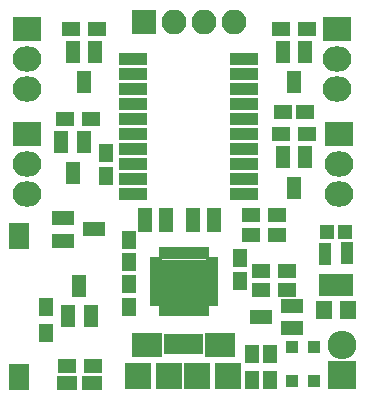
<source format=gbs>
G04 #@! TF.FileFunction,Soldermask,Bot*
%FSLAX46Y46*%
G04 Gerber Fmt 4.6, Leading zero omitted, Abs format (unit mm)*
G04 Created by KiCad (PCBNEW 4.0.2+dfsg1-stable) date Sun 13 Aug 2017 19:16:48 AEST*
%MOMM*%
G01*
G04 APERTURE LIST*
%ADD10C,0.100000*%
%ADD11R,1.050000X1.960000*%
%ADD12R,1.200000X1.900000*%
%ADD13R,2.432000X2.127200*%
%ADD14O,2.432000X2.127200*%
%ADD15R,2.432000X2.432000*%
%ADD16O,2.432000X2.432000*%
%ADD17R,1.600000X1.300000*%
%ADD18R,1.600000X1.150000*%
%ADD19R,1.150000X1.600000*%
%ADD20R,1.400000X1.650000*%
%ADD21R,1.200000X1.150000*%
%ADD22R,1.300000X1.600000*%
%ADD23R,1.900000X1.200000*%
%ADD24R,1.100000X1.050000*%
%ADD25R,1.800000X2.200000*%
%ADD26R,2.350000X1.000000*%
%ADD27R,0.650000X1.100000*%
%ADD28R,1.100000X0.650000*%
%ADD29R,2.125000X2.125000*%
%ADD30R,2.100000X2.100000*%
%ADD31O,2.100000X2.100000*%
%ADD32R,1.300000X0.700000*%
%ADD33R,1.797000X1.197560*%
%ADD34R,2.300000X2.300000*%
%ADD35R,2.200000X2.300000*%
%ADD36R,0.800000X1.750000*%
%ADD37R,2.500000X2.000000*%
G04 APERTURE END LIST*
D10*
D11*
X217866000Y-117886511D03*
X216916000Y-117886511D03*
X215966000Y-117886511D03*
X215966000Y-115286511D03*
X217866000Y-115186511D03*
D12*
X196149000Y-120553000D03*
X194249000Y-120553000D03*
X195199000Y-117953000D03*
D13*
X190754000Y-105156000D03*
D14*
X190754000Y-107696000D03*
X190754000Y-110236000D03*
D15*
X217424000Y-125500000D03*
D16*
X217424000Y-122960000D03*
D13*
X216990000Y-96266000D03*
D14*
X216990000Y-98806000D03*
X216990000Y-101346000D03*
D13*
X217170000Y-105156000D03*
D14*
X217170000Y-107696000D03*
X217170000Y-110236000D03*
D13*
X190754000Y-96266000D03*
D14*
X190754000Y-98806000D03*
X190754000Y-101346000D03*
D17*
X196680000Y-96266000D03*
X194480000Y-96266000D03*
X196215000Y-103886000D03*
X194015000Y-103886000D03*
X214460000Y-105156000D03*
X212260000Y-105156000D03*
X214460000Y-96266000D03*
X212260000Y-96266000D03*
D18*
X214310000Y-103251000D03*
X212410000Y-103251000D03*
D19*
X197485000Y-108646000D03*
X197485000Y-106746000D03*
X208788000Y-115636000D03*
X208788000Y-117536000D03*
X199390000Y-114051000D03*
X199390000Y-115951000D03*
D20*
X217940231Y-120015000D03*
X215940231Y-120015000D03*
D19*
X199390000Y-119756000D03*
X199390000Y-117856000D03*
D21*
X217666000Y-113411000D03*
X216166000Y-113411000D03*
D17*
X209720000Y-113665000D03*
X211920000Y-113665000D03*
X209720000Y-112014000D03*
X211920000Y-112014000D03*
X212800000Y-116700000D03*
X210600000Y-116700000D03*
X210600000Y-118300000D03*
X212800000Y-118300000D03*
D22*
X209804000Y-123741000D03*
X209804000Y-125941000D03*
X211328000Y-123741000D03*
X211328000Y-125941000D03*
D17*
X196390000Y-124770000D03*
X194190000Y-124770000D03*
D12*
X194630000Y-98141000D03*
X196530000Y-98141000D03*
X195580000Y-100741000D03*
X193680000Y-105791000D03*
X195580000Y-105791000D03*
X194630000Y-108391000D03*
X212410000Y-98141000D03*
X214310000Y-98141000D03*
X213360000Y-100741000D03*
X212410000Y-107061000D03*
X214310000Y-107061000D03*
X213360000Y-109661000D03*
D23*
X213200000Y-119650000D03*
X213200000Y-121550000D03*
X210600000Y-120600000D03*
D24*
X213172000Y-123112000D03*
X215072000Y-123112000D03*
X215072000Y-126062000D03*
X213172000Y-126062000D03*
D25*
X190119000Y-125730000D03*
X190119000Y-113730000D03*
D26*
X199770000Y-110236000D03*
X199770000Y-108966000D03*
X199770000Y-107696000D03*
X199770000Y-106426000D03*
X199770000Y-105156000D03*
X199770000Y-103886000D03*
X199770000Y-102616000D03*
X199770000Y-101346000D03*
X199770000Y-100076000D03*
X199770000Y-98806000D03*
X209170000Y-98806000D03*
X209170000Y-100076000D03*
X209170000Y-101346000D03*
X209170000Y-102616000D03*
X209170000Y-103886000D03*
X209170000Y-105156000D03*
X209170000Y-106426000D03*
X209170000Y-107696000D03*
X209170000Y-108966000D03*
X209170000Y-110236000D03*
D27*
X202312500Y-115228500D03*
X202812500Y-115228500D03*
X203312500Y-115228500D03*
X203812500Y-115228500D03*
X204312500Y-115228500D03*
X204812500Y-115228500D03*
X205312500Y-115228500D03*
X205812500Y-115228500D03*
D28*
X206462500Y-115878500D03*
X206462500Y-116378500D03*
X206462500Y-116878500D03*
X206462500Y-117378500D03*
X206462500Y-117878500D03*
X206462500Y-118378500D03*
X206462500Y-118878500D03*
X206462500Y-119378500D03*
D27*
X205812500Y-120028500D03*
X205312500Y-120028500D03*
X204812500Y-120028500D03*
X204312500Y-120028500D03*
X203812500Y-120028500D03*
X203312500Y-120028500D03*
X202812500Y-120028500D03*
X202312500Y-120028500D03*
D28*
X201662500Y-119378500D03*
X201662500Y-118878500D03*
X201662500Y-118378500D03*
X201662500Y-117878500D03*
X201662500Y-117378500D03*
X201662500Y-116878500D03*
X201662500Y-116378500D03*
X201662500Y-115878500D03*
D29*
X204925000Y-118491000D03*
X203200000Y-118491000D03*
X204925000Y-116766000D03*
X203200000Y-116766000D03*
D30*
X200672700Y-95631000D03*
D31*
X203212700Y-95631000D03*
X205752700Y-95631000D03*
X208292700Y-95631000D03*
D32*
X202576000Y-112395000D03*
X200776000Y-112395000D03*
X200776000Y-111745000D03*
X202576000Y-111745000D03*
X200776000Y-113045000D03*
X202576000Y-113045000D03*
X206640000Y-112395000D03*
X204840000Y-112395000D03*
X204840000Y-111745000D03*
X206640000Y-111745000D03*
X204840000Y-113045000D03*
X206640000Y-113045000D03*
D33*
X194190980Y-126190000D03*
X196289020Y-126190000D03*
D34*
X205200100Y-125564900D03*
X202800100Y-125564900D03*
D35*
X207800100Y-125564900D03*
X200200100Y-125564900D03*
D36*
X202700100Y-122889900D03*
X205300100Y-122889900D03*
X203350100Y-122889900D03*
X204650100Y-122889900D03*
X204000100Y-122889900D03*
D37*
X200900100Y-123014900D03*
X207100100Y-123014900D03*
D23*
X193800000Y-114150000D03*
X193800000Y-112250000D03*
X196400000Y-113200000D03*
D22*
X192400000Y-122000000D03*
X192400000Y-119800000D03*
M02*

</source>
